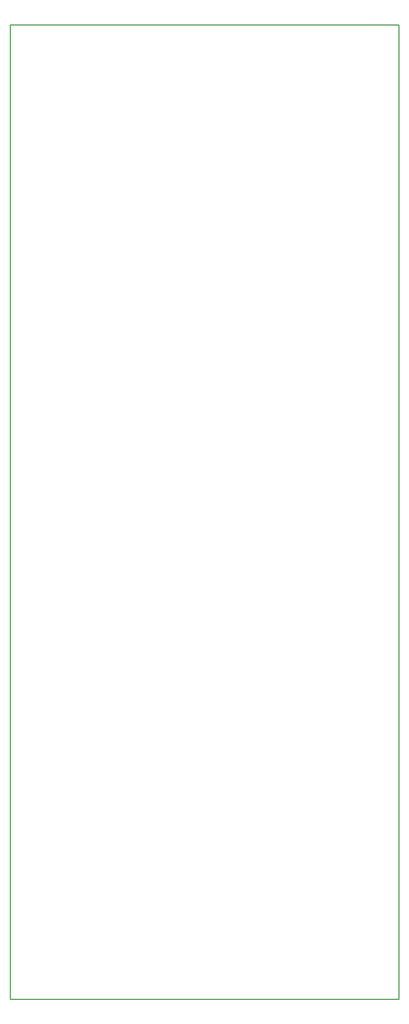
<source format=gko>
G04 Layer: BoardOutlineLayer*
G04 EasyEDA v6.5.39, 2023-12-18 16:16:31*
G04 0a3b229aafce46c6802f92c5d4cde22f,84f6a191e6f14c5fb88c895b5cbe8e50,10*
G04 Gerber Generator version 0.2*
G04 Scale: 100 percent, Rotated: No, Reflected: No *
G04 Dimensions in inches *
G04 leading zeros omitted , absolute positions ,3 integer and 6 decimal *
%FSLAX36Y36*%
%MOIN*%

%ADD10C,0.0100*%
D10*
X3810368Y9555369D02*
G01*
X3815000Y9550737D01*
X3815000Y0D01*
X0Y0D01*
X0Y9555369D01*
X3810368Y9555369D01*

%LPD*%
M02*

</source>
